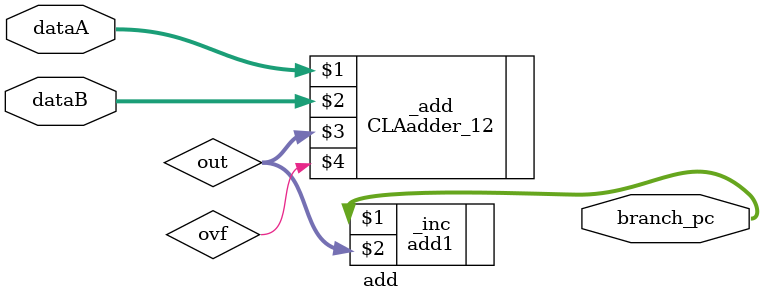
<source format=v>
module add(branch_pc,dataA,dataB);
	input[11:0] dataA, dataB;
	output[11:0] branch_pc;
	
	wire[11:0] out;
	wire ovf,ovf2;
	
	CLAadder_12 _add(dataA,dataB,out,ovf);
	add1 _inc(branch_pc,out);
	
	
endmodule

</source>
